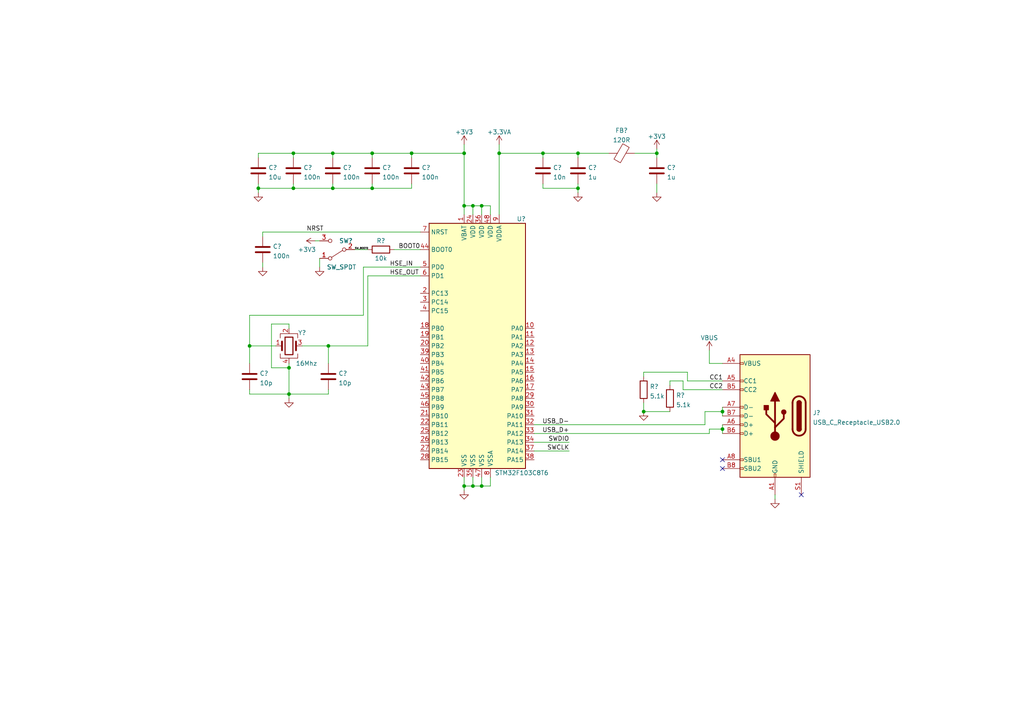
<source format=kicad_sch>
(kicad_sch (version 20211123) (generator eeschema)
  (paper "A4")
  (lib_symbols
    (symbol "Connector:USB_C_Receptacle_USB2.0" (pin_names (offset 1.016))
      (property "Reference" "J" (at -10.16 19.05 0))
      (property "Value" "USB_C_Receptacle_USB2.0" (at 19.05 19.05 0))
      (symbol "USB_C_Receptacle_USB2.0_0_0"
        (rectangle (start -0.254 -17.78) (end 0.254 -16.764))
        (rectangle (start 10.16 -14.986) (end 9.144 -15.494))
        (rectangle (start 10.16 -12.446) (end 9.144 -12.954))
        (rectangle (start 10.16 -4.826) (end 9.144 -5.334))
        (rectangle (start 10.16 -2.286) (end 9.144 -2.794))
        (rectangle (start 10.16 0.254) (end 9.144 -0.254))
        (rectangle (start 10.16 2.794) (end 9.144 2.286))
        (rectangle (start 10.16 7.874) (end 9.144 7.366))
        (rectangle (start 10.16 10.414) (end 9.144 9.906))
        (rectangle (start 10.16 15.494) (end 9.144 14.986))
      )
      (symbol "USB_C_Receptacle_USB2.0_0_1"
        (rectangle (start -10.16 17.78) (end 10.16 -17.78) (stroke (width 0.254)) (fill (type background)))
        (arc (start -8.89 -3.81) (mid -6.985 -5.715) (end -5.08 -3.81) (stroke (width 0.508)))
        (arc (start -7.62 -3.81) (mid -6.985 -4.445) (end -6.35 -3.81) (stroke (width 0.254)))
        (arc (start -7.62 -3.81) (mid -6.985 -4.445) (end -6.35 -3.81) (stroke (width 0.254)) (fill (type outline)))
        (rectangle (start -7.62 -3.81) (end -6.35 3.81) (stroke (width 0.254)) (fill (type outline)))
        (arc (start -6.35 3.81) (mid -6.985 4.445) (end -7.62 3.81) (stroke (width 0.254)))
        (arc (start -6.35 3.81) (mid -6.985 4.445) (end -7.62 3.81) (stroke (width 0.254)) (fill (type outline)))
        (arc (start -5.08 3.81) (mid -6.985 5.715) (end -8.89 3.81) (stroke (width 0.508)))
        (circle (center -2.54 1.143) (radius 0.635) (stroke (width 0.254)) (fill (type outline)))
        (circle (center 0 -5.842) (radius 1.27) (fill (type outline)))
        (polyline (pts (xy -8.89 -3.81) (xy -8.89 3.81)) (stroke (width 0.508)))
        (polyline (pts (xy -5.08 3.81) (xy -5.08 -3.81)) (stroke (width 0.508)))
        (polyline (pts (xy 0 -5.842) (xy 0 4.318)) (stroke (width 0.508)))
        (polyline (pts (xy 0 -3.302) (xy -2.54 -0.762) (xy -2.54 0.508)) (stroke (width 0.508)))
        (polyline (pts (xy 0 -2.032) (xy 2.54 0.508) (xy 2.54 1.778)) (stroke (width 0.508)))
        (polyline (pts (xy -1.27 4.318) (xy 0 6.858) (xy 1.27 4.318) (xy -1.27 4.318)) (stroke (width 0.254)) (fill (type outline)))
        (rectangle (start 1.905 1.778) (end 3.175 3.048) (stroke (width 0.254)) (fill (type outline)))
      )
      (symbol "USB_C_Receptacle_USB2.0_1_1"
        (pin passive line (at 0 -22.86 90) (length 5.08) (name "GND") (number "A1"))
        (pin passive line (at 0 -22.86 90) (length 5.08) hide (name "GND") (number "A12"))
        (pin passive line (at 15.24 15.24 180) (length 5.08) (name "VBUS") (number "A4"))
        (pin bidirectional line (at 15.24 10.16 180) (length 5.08) (name "CC1") (number "A5"))
        (pin bidirectional line (at 15.24 -2.54 180) (length 5.08) (name "D+") (number "A6"))
        (pin bidirectional line (at 15.24 2.54 180) (length 5.08) (name "D-") (number "A7"))
        (pin bidirectional line (at 15.24 -12.7 180) (length 5.08) (name "SBU1") (number "A8"))
        (pin passive line (at 15.24 15.24 180) (length 5.08) hide (name "VBUS") (number "A9"))
        (pin passive line (at 0 -22.86 90) (length 5.08) hide (name "GND") (number "B1"))
        (pin passive line (at 0 -22.86 90) (length 5.08) hide (name "GND") (number "B12"))
        (pin passive line (at 15.24 15.24 180) (length 5.08) hide (name "VBUS") (number "B4"))
        (pin bidirectional line (at 15.24 7.62 180) (length 5.08) (name "CC2") (number "B5"))
        (pin bidirectional line (at 15.24 -5.08 180) (length 5.08) (name "D+") (number "B6"))
        (pin bidirectional line (at 15.24 0 180) (length 5.08) (name "D-") (number "B7"))
        (pin bidirectional line (at 15.24 -15.24 180) (length 5.08) (name "SBU2") (number "B8"))
        (pin passive line (at 15.24 15.24 180) (length 5.08) hide (name "VBUS") (number "B9"))
        (pin passive line (at -7.62 -22.86 90) (length 5.08) (name "SHIELD") (number "S1"))
      )
    )
    (symbol "Device:C" (pin_numbers hide) (pin_names (offset 0.254))
      (property "Reference" "C" (at 0.635 2.54 0))
      (property "Value" "C" (at 0.635 -2.54 0))
      (symbol "C_0_1"
        (polyline (pts (xy -2.032 -0.762) (xy 2.032 -0.762)) (stroke (width 0.508)))
        (polyline (pts (xy -2.032 0.762) (xy 2.032 0.762)) (stroke (width 0.508)))
      )
      (symbol "C_1_1"
        (pin passive line (at 0 3.81 270) (length 2.794) (name "~") (number "1"))
        (pin passive line (at 0 -3.81 90) (length 2.794) (name "~") (number "2"))
      )
    )
    (symbol "Device:Crystal_GND24" (pin_names (offset 1.016) hide)
      (property "Reference" "Y" (at 3.175 5.08 0))
      (property "Value" "Crystal_GND24" (at 3.175 3.175 0))
      (symbol "Crystal_GND24_0_1"
        (rectangle (start -1.143 2.54) (end 1.143 -2.54) (stroke (width 0.3048)))
        (polyline (pts (xy -2.54 0) (xy -2.032 0)))
        (polyline (pts (xy -2.032 -1.27) (xy -2.032 1.27)) (stroke (width 0.508)))
        (polyline (pts (xy 0 -3.81) (xy 0 -3.556)))
        (polyline (pts (xy 0 3.556) (xy 0 3.81)))
        (polyline (pts (xy 2.032 -1.27) (xy 2.032 1.27)) (stroke (width 0.508)))
        (polyline (pts (xy 2.032 0) (xy 2.54 0)))
        (polyline (pts (xy -2.54 -2.286) (xy -2.54 -3.556) (xy 2.54 -3.556) (xy 2.54 -2.286)))
        (polyline (pts (xy -2.54 2.286) (xy -2.54 3.556) (xy 2.54 3.556) (xy 2.54 2.286)))
      )
      (symbol "Crystal_GND24_1_1"
        (pin passive line (at -3.81 0 0) (length 1.27) (name "1") (number "1"))
        (pin passive line (at 0 5.08 270) (length 1.27) (name "2") (number "2"))
        (pin passive line (at 3.81 0 180) (length 1.27) (name "3") (number "3"))
        (pin passive line (at 0 -5.08 90) (length 1.27) (name "4") (number "4"))
      )
    )
    (symbol "Device:FerriteBead" (pin_numbers hide) (pin_names (offset 0))
      (property "Reference" "FB" (at -3.81 0.635 90))
      (property "Value" "FerriteBead" (at 3.81 0 90))
      (symbol "FerriteBead_0_1"
        (polyline (pts (xy 0 -1.27) (xy 0 -1.2192)))
        (polyline (pts (xy 0 1.27) (xy 0 1.2954)))
        (polyline (pts (xy -2.7686 0.4064) (xy -1.7018 2.2606) (xy 2.7686 -0.3048) (xy 1.6764 -2.159) (xy -2.7686 0.4064)))
      )
      (symbol "FerriteBead_1_1"
        (pin passive line (at 0 3.81 270) (length 2.54) (name "~") (number "1"))
        (pin passive line (at 0 -3.81 90) (length 2.54) (name "~") (number "2"))
      )
    )
    (symbol "Device:R" (pin_numbers hide) (pin_names (offset 0))
      (property "Reference" "R" (at 2.032 0 90))
      (property "Value" "R" (at 0 0 90))
      (symbol "R_0_1"
        (rectangle (start -1.016 -2.54) (end 1.016 2.54) (stroke (width 0.254)))
      )
      (symbol "R_1_1"
        (pin passive line (at 0 3.81 270) (length 1.27) (name "~") (number "1"))
        (pin passive line (at 0 -3.81 90) (length 1.27) (name "~") (number "2"))
      )
    )
    (symbol "MCU_ST_STM32F1:STM32F103C8Tx"
      (property "Reference" "U" (at -15.24 36.83 0))
      (property "Value" "STM32F103C8Tx" (at 7.62 36.83 0))
      (symbol "STM32F103C8Tx_0_1"
        (rectangle (start -15.24 -35.56) (end 12.7 35.56) (stroke (width 0.254)) (fill (type background)))
      )
      (symbol "STM32F103C8Tx_1_1"
        (pin power_in line (at -5.08 38.1 270) (length 2.54) (name "VBAT") (number "1"))
        (pin bidirectional line (at 15.24 5.08 180) (length 2.54) (name "PA0") (number "10"))
        (pin bidirectional line (at 15.24 2.54 180) (length 2.54) (name "PA1") (number "11"))
        (pin bidirectional line (at 15.24 0 180) (length 2.54) (name "PA2") (number "12"))
        (pin bidirectional line (at 15.24 -2.54 180) (length 2.54) (name "PA3") (number "13"))
        (pin bidirectional line (at 15.24 -5.08 180) (length 2.54) (name "PA4") (number "14"))
        (pin bidirectional line (at 15.24 -7.62 180) (length 2.54) (name "PA5") (number "15"))
        (pin bidirectional line (at 15.24 -10.16 180) (length 2.54) (name "PA6") (number "16"))
        (pin bidirectional line (at 15.24 -12.7 180) (length 2.54) (name "PA7") (number "17"))
        (pin bidirectional line (at -17.78 5.08 0) (length 2.54) (name "PB0") (number "18"))
        (pin bidirectional line (at -17.78 2.54 0) (length 2.54) (name "PB1") (number "19"))
        (pin bidirectional line (at -17.78 15.24 0) (length 2.54) (name "PC13") (number "2"))
        (pin bidirectional line (at -17.78 0 0) (length 2.54) (name "PB2") (number "20"))
        (pin bidirectional line (at -17.78 -20.32 0) (length 2.54) (name "PB10") (number "21"))
        (pin bidirectional line (at -17.78 -22.86 0) (length 2.54) (name "PB11") (number "22"))
        (pin power_in line (at -5.08 -38.1 90) (length 2.54) (name "VSS") (number "23"))
        (pin power_in line (at -2.54 38.1 270) (length 2.54) (name "VDD") (number "24"))
        (pin bidirectional line (at -17.78 -25.4 0) (length 2.54) (name "PB12") (number "25"))
        (pin bidirectional line (at -17.78 -27.94 0) (length 2.54) (name "PB13") (number "26"))
        (pin bidirectional line (at -17.78 -30.48 0) (length 2.54) (name "PB14") (number "27"))
        (pin bidirectional line (at -17.78 -33.02 0) (length 2.54) (name "PB15") (number "28"))
        (pin bidirectional line (at 15.24 -15.24 180) (length 2.54) (name "PA8") (number "29"))
        (pin bidirectional line (at -17.78 12.7 0) (length 2.54) (name "PC14") (number "3"))
        (pin bidirectional line (at 15.24 -17.78 180) (length 2.54) (name "PA9") (number "30"))
        (pin bidirectional line (at 15.24 -20.32 180) (length 2.54) (name "PA10") (number "31"))
        (pin bidirectional line (at 15.24 -22.86 180) (length 2.54) (name "PA11") (number "32"))
        (pin bidirectional line (at 15.24 -25.4 180) (length 2.54) (name "PA12") (number "33"))
        (pin bidirectional line (at 15.24 -27.94 180) (length 2.54) (name "PA13") (number "34"))
        (pin power_in line (at -2.54 -38.1 90) (length 2.54) (name "VSS") (number "35"))
        (pin power_in line (at 0 38.1 270) (length 2.54) (name "VDD") (number "36"))
        (pin bidirectional line (at 15.24 -30.48 180) (length 2.54) (name "PA14") (number "37"))
        (pin bidirectional line (at 15.24 -33.02 180) (length 2.54) (name "PA15") (number "38"))
        (pin bidirectional line (at -17.78 -2.54 0) (length 2.54) (name "PB3") (number "39"))
        (pin bidirectional line (at -17.78 10.16 0) (length 2.54) (name "PC15") (number "4"))
        (pin bidirectional line (at -17.78 -5.08 0) (length 2.54) (name "PB4") (number "40"))
        (pin bidirectional line (at -17.78 -7.62 0) (length 2.54) (name "PB5") (number "41"))
        (pin bidirectional line (at -17.78 -10.16 0) (length 2.54) (name "PB6") (number "42"))
        (pin bidirectional line (at -17.78 -12.7 0) (length 2.54) (name "PB7") (number "43"))
        (pin input line (at -17.78 27.94 0) (length 2.54) (name "BOOT0") (number "44"))
        (pin bidirectional line (at -17.78 -15.24 0) (length 2.54) (name "PB8") (number "45"))
        (pin bidirectional line (at -17.78 -17.78 0) (length 2.54) (name "PB9") (number "46"))
        (pin power_in line (at 0 -38.1 90) (length 2.54) (name "VSS") (number "47"))
        (pin power_in line (at 2.54 38.1 270) (length 2.54) (name "VDD") (number "48"))
        (pin input line (at -17.78 22.86 0) (length 2.54) (name "PD0") (number "5"))
        (pin input line (at -17.78 20.32 0) (length 2.54) (name "PD1") (number "6"))
        (pin input line (at -17.78 33.02 0) (length 2.54) (name "NRST") (number "7"))
        (pin power_in line (at 2.54 -38.1 90) (length 2.54) (name "VSSA") (number "8"))
        (pin power_in line (at 5.08 38.1 270) (length 2.54) (name "VDDA") (number "9"))
      )
    )
    (symbol "Switch:SW_SPDT" (pin_names (offset 0) hide)
      (property "Reference" "SW" (at 0 4.318 0))
      (property "Value" "SW_SPDT" (at 0 -5.08 0))
      (symbol "SW_SPDT_0_0"
        (circle (center -2.032 0) (radius 0.508))
        (circle (center 2.032 -2.54) (radius 0.508))
      )
      (symbol "SW_SPDT_0_1"
        (polyline (pts (xy -1.524 0.254) (xy 1.651 2.286)))
        (circle (center 2.032 2.54) (radius 0.508))
      )
      (symbol "SW_SPDT_1_1"
        (pin passive line (at 5.08 2.54 180) (length 2.54) (name "A") (number "1"))
        (pin passive line (at -5.08 0 0) (length 2.54) (name "B") (number "2"))
        (pin passive line (at 5.08 -2.54 180) (length 2.54) (name "C") (number "3"))
      )
    )
    (symbol "power:+3.3V" (power) (pin_names (offset 0))
      (property "Value" "+3.3V" (at 0 3.556 0))
      (symbol "+3.3V_0_1"
        (polyline (pts (xy -0.762 1.27) (xy 0 2.54)))
        (polyline (pts (xy 0 0) (xy 0 2.54)))
        (polyline (pts (xy 0 2.54) (xy 0.762 1.27)))
      )
      (symbol "+3.3V_1_1"
        (pin power_in line (at 0 0 90) (length 0) hide (name "+3V3") (number "1"))
      )
    )
    (symbol "power:+3.3VA" (power) (pin_names (offset 0))
      (property "Value" "+3.3VA" (at 0 3.556 0))
      (symbol "+3.3VA_0_1"
        (polyline (pts (xy -0.762 1.27) (xy 0 2.54)))
        (polyline (pts (xy 0 0) (xy 0 2.54)))
        (polyline (pts (xy 0 2.54) (xy 0.762 1.27)))
      )
      (symbol "+3.3VA_1_1"
        (pin power_in line (at 0 0 90) (length 0) hide (name "+3.3VA") (number "1"))
      )
    )
    (symbol "power:GND" (power) (pin_names (offset 0))
      (property "Value" "GND" (at 0 -3.81 0))
      (symbol "GND_0_1"
        (polyline (pts (xy 0 0) (xy 0 -1.27) (xy 1.27 -1.27) (xy 0 -2.54) (xy -1.27 -1.27) (xy 0 -1.27)))
      )
      (symbol "GND_1_1"
        (pin power_in line (at 0 0 270) (length 0) hide (name "GND") (number "1"))
      )
    )
    (symbol "power:VBUS" (power) (pin_names (offset 0))
      (property "Value" "VBUS" (at 0 3.81 0))
      (symbol "VBUS_0_1"
        (polyline (pts (xy -0.762 1.27) (xy 0 2.54)))
        (polyline (pts (xy 0 0) (xy 0 2.54)))
        (polyline (pts (xy 0 2.54) (xy 0.762 1.27)))
      )
      (symbol "VBUS_1_1"
        (pin power_in line (at 0 0 90) (length 0) hide (name "VBUS") (number "1"))
      )
    )
  )
  (junction (at 190.5 44.45))
  (junction (at 167.64 44.45))
  (junction (at 144.78 44.45))
  (junction (at 96.52 54.61))
  (junction (at 139.7 140.97))
  (junction (at 209.55 119.38))
  (junction (at 167.64 54.61))
  (junction (at 137.16 140.97))
  (junction (at 74.93 54.61))
  (junction (at 107.95 54.61))
  (junction (at 85.09 44.45))
  (junction (at 134.62 44.45))
  (junction (at 186.69 119.38))
  (junction (at 134.62 140.97))
  (junction (at 137.16 59.69))
  (junction (at 85.09 54.61))
  (junction (at 157.48 44.45))
  (junction (at 83.82 106.68))
  (junction (at 95.25 100.33))
  (junction (at 139.7 59.69))
  (junction (at 83.82 114.3))
  (junction (at 72.39 100.33))
  (junction (at 134.62 59.69))
  (junction (at 119.38 44.45))
  (junction (at 96.52 44.45))
  (junction (at 107.95 44.45))
  (junction (at 209.55 124.46))
  (no_connect (at 209.55 133.35))
  (no_connect (at 209.55 135.89))
  (no_connect (at 232.41 143.51))
  (wire (pts (xy 83.82 105.41) (xy 83.82 106.68)))
  (wire (pts (xy 102.87 72.39) (xy 106.68 72.39)))
  (wire (pts (xy 205.74 105.41) (xy 209.55 105.41)))
  (wire (pts (xy 96.52 44.45) (xy 85.09 44.45)))
  (wire (pts (xy 107.95 44.45) (xy 107.95 45.72)))
  (wire (pts (xy 139.7 140.97) (xy 142.24 140.97)))
  (wire (pts (xy 157.48 44.45) (xy 157.48 45.72)))
  (wire (pts (xy 107.95 53.34) (xy 107.95 54.61)))
  (wire (pts (xy 137.16 138.43) (xy 137.16 140.97)))
  (wire (pts (xy 83.82 106.68) (xy 78.74 106.68)))
  (wire (pts (xy 107.95 44.45) (xy 96.52 44.45)))
  (wire (pts (xy 83.82 93.98) (xy 83.82 95.25)))
  (wire (pts (xy 107.95 54.61) (xy 119.38 54.61)))
  (wire (pts (xy 209.55 119.38) (xy 209.55 120.65)))
  (wire (pts (xy 85.09 44.45) (xy 85.09 45.72)))
  (wire (pts (xy 224.79 143.51) (xy 224.79 144.78)))
  (wire (pts (xy 95.25 100.33) (xy 95.25 105.41)))
  (wire (pts (xy 78.74 93.98) (xy 83.82 93.98)))
  (wire (pts (xy 134.62 138.43) (xy 134.62 140.97)))
  (wire (pts (xy 134.62 140.97) (xy 137.16 140.97)))
  (wire (pts (xy 105.41 91.44) (xy 72.39 91.44)))
  (wire (pts (xy 119.38 45.72) (xy 119.38 44.45)))
  (wire (pts (xy 186.69 107.95) (xy 199.39 107.95)))
  (wire (pts (xy 167.64 53.34) (xy 167.64 54.61)))
  (wire (pts (xy 83.82 106.68) (xy 83.82 114.3)))
  (wire (pts (xy 76.2 67.31) (xy 121.92 67.31)))
  (wire (pts (xy 198.12 113.03) (xy 209.55 113.03)))
  (wire (pts (xy 209.55 124.46) (xy 209.55 125.73)))
  (wire (pts (xy 199.39 107.95) (xy 199.39 110.49)))
  (wire (pts (xy 91.44 69.85) (xy 92.71 69.85)))
  (wire (pts (xy 74.93 44.45) (xy 74.93 45.72)))
  (wire (pts (xy 119.38 53.34) (xy 119.38 54.61)))
  (wire (pts (xy 205.74 124.46) (xy 205.74 125.73)))
  (wire (pts (xy 186.69 116.84) (xy 186.69 119.38)))
  (wire (pts (xy 96.52 53.34) (xy 96.52 54.61)))
  (wire (pts (xy 106.68 100.33) (xy 106.68 80.01)))
  (wire (pts (xy 190.5 44.45) (xy 190.5 45.72)))
  (wire (pts (xy 137.16 59.69) (xy 139.7 59.69)))
  (wire (pts (xy 209.55 118.11) (xy 209.55 119.38)))
  (wire (pts (xy 119.38 44.45) (xy 107.95 44.45)))
  (wire (pts (xy 95.25 113.03) (xy 95.25 114.3)))
  (wire (pts (xy 105.41 77.47) (xy 121.92 77.47)))
  (wire (pts (xy 134.62 59.69) (xy 134.62 62.23)))
  (wire (pts (xy 83.82 114.3) (xy 95.25 114.3)))
  (wire (pts (xy 85.09 54.61) (xy 96.52 54.61)))
  (wire (pts (xy 74.93 54.61) (xy 85.09 54.61)))
  (wire (pts (xy 154.94 123.19) (xy 204.47 123.19)))
  (wire (pts (xy 199.39 110.49) (xy 209.55 110.49)))
  (wire (pts (xy 154.94 125.73) (xy 205.74 125.73)))
  (wire (pts (xy 144.78 44.45) (xy 144.78 62.23)))
  (wire (pts (xy 167.64 45.72) (xy 167.64 44.45)))
  (wire (pts (xy 144.78 44.45) (xy 144.78 41.91)))
  (wire (pts (xy 119.38 44.45) (xy 134.62 44.45)))
  (wire (pts (xy 95.25 100.33) (xy 106.68 100.33)))
  (wire (pts (xy 167.64 44.45) (xy 157.48 44.45)))
  (wire (pts (xy 72.39 100.33) (xy 72.39 105.41)))
  (wire (pts (xy 96.52 44.45) (xy 96.52 45.72)))
  (wire (pts (xy 154.94 128.27) (xy 165.1 128.27)))
  (wire (pts (xy 74.93 53.34) (xy 74.93 54.61)))
  (wire (pts (xy 105.41 77.47) (xy 105.41 91.44)))
  (wire (pts (xy 186.69 119.38) (xy 194.31 119.38)))
  (wire (pts (xy 85.09 53.34) (xy 85.09 54.61)))
  (wire (pts (xy 83.82 115.57) (xy 83.82 114.3)))
  (wire (pts (xy 190.5 53.34) (xy 190.5 55.88)))
  (wire (pts (xy 209.55 124.46) (xy 205.74 124.46)))
  (wire (pts (xy 72.39 114.3) (xy 83.82 114.3)))
  (wire (pts (xy 194.31 111.76) (xy 194.31 110.49)))
  (wire (pts (xy 78.74 106.68) (xy 78.74 93.98)))
  (wire (pts (xy 205.74 101.6) (xy 205.74 105.41)))
  (wire (pts (xy 139.7 138.43) (xy 139.7 140.97)))
  (wire (pts (xy 96.52 54.61) (xy 107.95 54.61)))
  (wire (pts (xy 87.63 100.33) (xy 95.25 100.33)))
  (wire (pts (xy 157.48 44.45) (xy 144.78 44.45)))
  (wire (pts (xy 209.55 123.19) (xy 209.55 124.46)))
  (wire (pts (xy 186.69 109.22) (xy 186.69 107.95)))
  (wire (pts (xy 134.62 44.45) (xy 134.62 59.69)))
  (wire (pts (xy 184.15 44.45) (xy 190.5 44.45)))
  (wire (pts (xy 190.5 43.18) (xy 190.5 44.45)))
  (wire (pts (xy 137.16 59.69) (xy 137.16 62.23)))
  (wire (pts (xy 106.68 80.01) (xy 121.92 80.01)))
  (wire (pts (xy 167.64 44.45) (xy 176.53 44.45)))
  (wire (pts (xy 154.94 130.81) (xy 165.1 130.81)))
  (wire (pts (xy 157.48 53.34) (xy 157.48 54.61)))
  (wire (pts (xy 134.62 140.97) (xy 134.62 142.24)))
  (wire (pts (xy 167.64 54.61) (xy 167.64 55.88)))
  (wire (pts (xy 114.3 72.39) (xy 121.92 72.39)))
  (wire (pts (xy 204.47 119.38) (xy 204.47 123.19)))
  (wire (pts (xy 76.2 77.47) (xy 76.2 76.2)))
  (wire (pts (xy 137.16 140.97) (xy 139.7 140.97)))
  (wire (pts (xy 72.39 113.03) (xy 72.39 114.3)))
  (wire (pts (xy 209.55 119.38) (xy 204.47 119.38)))
  (wire (pts (xy 72.39 91.44) (xy 72.39 100.33)))
  (wire (pts (xy 167.64 54.61) (xy 157.48 54.61)))
  (wire (pts (xy 134.62 59.69) (xy 137.16 59.69)))
  (wire (pts (xy 134.62 41.91) (xy 134.62 44.45)))
  (wire (pts (xy 76.2 68.58) (xy 76.2 67.31)))
  (wire (pts (xy 194.31 110.49) (xy 198.12 110.49)))
  (wire (pts (xy 139.7 59.69) (xy 139.7 62.23)))
  (wire (pts (xy 72.39 100.33) (xy 80.01 100.33)))
  (wire (pts (xy 74.93 54.61) (xy 74.93 55.88)))
  (wire (pts (xy 142.24 138.43) (xy 142.24 140.97)))
  (wire (pts (xy 92.71 74.93) (xy 92.71 77.47)))
  (wire (pts (xy 139.7 59.69) (xy 142.24 59.69)))
  (wire (pts (xy 198.12 110.49) (xy 198.12 113.03)))
  (wire (pts (xy 85.09 44.45) (xy 74.93 44.45)))
  (wire (pts (xy 142.24 59.69) (xy 142.24 62.23)))
  (label "CC1" (at 205.74 110.49 0))
  (label "USB_D-" (at 165.1 123.19 180))
  (label "CC2" (at 205.74 113.03 0))
  (label "SWDIO" (at 165.1 128.27 180))
  (label "BOOT0" (at 115.57 72.39 0))
  (label "SW_BOOT0" (at 102.87 72.39 0) (effects (font (size 0.5 0.5))))
  (label "NRST" (at 88.9 67.31 0))
  (label "HSE_IN" (at 113.03 77.47 0))
  (label "USB_D+" (at 165.1 125.73 180))
  (label "SWCLK" (at 165.1 130.81 180))
  (label "HSE_OUT" (at 113.03 80.01 0))
  (symbol (lib_id "power:GND") (at 74.93 55.88 0) (unit 1)
    (property "Reference" "#PWR?" (effects hide))
    (property "Value" "GND" (effects hide))
  )
  (symbol (lib_id "Device:C") (at 119.38 49.53 0) (unit 1)
    (property "Reference" "C?" (at 122.301 48.6215 0) (effects (justify left)))
    (property "Value" "100n" (at 122.301 51.3966 0) (effects (justify left)))
  )
  (symbol (lib_id "Device:R") (at 186.69 113.03 0) (unit 1)
    (property "Reference" "R?" (at 188.468 112.1215 0) (effects (justify left)))
    (property "Value" "5.1k" (at 188.468 114.8966 0) (effects (justify left)))
  )
  (symbol (lib_id "Device:C") (at 76.2 72.39 0) (unit 1)
    (property "Reference" "C?" (at 79.121 71.4815 0) (effects (justify left)))
    (property "Value" "100n" (at 79.121 74.2566 0) (effects (justify left)))
  )
  (symbol (lib_id "power:GND") (at 76.2 77.47 0) (unit 1)
    (property "Reference" "#PWR?" (effects hide))
    (property "Value" "GND" (effects hide))
  )
  (symbol (lib_id "Device:R") (at 110.49 72.39 90) (unit 1)
    (property "Reference" "R?" (at 110.49 69.85 90))
    (property "Value" "10k" (at 110.49 74.93 90))
  )
  (symbol (lib_id "Device:C") (at 74.93 49.53 0) (unit 1)
    (property "Reference" "C?" (at 77.851 48.6215 0) (effects (justify left)))
    (property "Value" "10u" (at 77.851 51.3966 0) (effects (justify left)))
  )
  (symbol (lib_id "Device:FerriteBead") (at 180.34 44.45 90) (unit 1)
    (property "Reference" "FB?" (at 180.2892 37.8419 90))
    (property "Value" "120R" (at 180.2892 40.617 90))
  )
  (symbol (lib_id "power:VBUS") (at 205.74 101.6 0) (unit 1)
    (property "Reference" "#PWR?" (effects hide))
    (property "Value" "VBUS" (at 205.74 97.9955 0))
  )
  (symbol (lib_id "Connector:USB_C_Receptacle_USB2.0") (at 224.79 120.65 0) (mirror y) (unit 1)
    (property "Reference" "J?" (at 235.712 119.7415 0) (effects (justify right)))
    (property "Value" "USB_C_Receptacle_USB2.0" (at 235.712 122.5166 0) (effects (justify right)))
    (property "Datasheet" "https://www.usb.org/sites/default/files/documents/usb_type-c.zip" (effects hide))
  )
  (symbol (lib_id "Device:Crystal_GND24") (at 83.82 100.33 0) (unit 1)
    (property "Reference" "Y?" (at 87.63 96.52 0))
    (property "Value" "16Mhz" (at 88.9 105.41 0))
  )
  (symbol (lib_id "Device:C") (at 190.5 49.53 0) (unit 1)
    (property "Reference" "C?" (at 193.421 48.6215 0) (effects (justify left)))
    (property "Value" "1u" (at 193.421 51.3966 0) (effects (justify left)))
  )
  (symbol (lib_id "power:+3.3V") (at 91.44 69.85 90) (unit 1)
    (property "Reference" "#PWR?" (effects hide))
    (property "Value" "+3.3V" (at 86.36 72.39 90) (effects (justify right)))
  )
  (symbol (lib_id "power:GND") (at 83.82 115.57 0) (unit 1)
    (property "Reference" "#PWR?" (effects hide))
    (property "Value" "GND" (effects hide))
  )
  (symbol (lib_id "power:GND") (at 92.71 77.47 0) (unit 1)
    (property "Reference" "#PWR?" (effects hide))
    (property "Value" "GND" (effects hide))
  )
  (symbol (lib_id "Device:C") (at 167.64 49.53 0) (unit 1)
    (property "Reference" "C?" (at 170.561 48.6215 0) (effects (justify left)))
    (property "Value" "1u" (at 170.561 51.3966 0) (effects (justify left)))
  )
  (symbol (lib_id "Device:C") (at 95.25 109.22 0) (unit 1)
    (property "Reference" "C?" (at 98.171 108.3115 0) (effects (justify left)))
    (property "Value" "10p" (at 98.171 111.0866 0) (effects (justify left)))
  )
  (symbol (lib_id "MCU_ST_STM32F1:STM32F103C8Tx") (at 139.7 100.33 0) (unit 1)
    (property "Reference" "U?" (at 149.86 63.5 0) (effects (justify left)))
    (property "Value" "STM32F103C8T6" (at 143.51 137.16 0) (effects (justify left)))
    (property "Footprint" "Package_QFP:LQFP-48_7x7mm_P0.5mm" (effects hide))
    (property "Datasheet" "http://www.st.com/st-web-ui/static/active/en/resource/technical/document/datasheet/CD00161566.pdf" (effects hide))
  )
  (symbol (lib_id "power:GND") (at 167.64 55.88 0) (unit 1)
    (property "Reference" "#PWR?" (effects hide))
    (property "Value" "GND" (effects hide))
  )
  (symbol (lib_id "power:GND") (at 190.5 55.88 0) (unit 1)
    (property "Reference" "#PWR?" (effects hide))
    (property "Value" "GND" (effects hide))
  )
  (symbol (lib_id "Device:R") (at 194.31 115.57 0) (unit 1)
    (property "Reference" "R?" (at 196.088 114.6615 0) (effects (justify left)))
    (property "Value" "5.1k" (at 196.088 117.4366 0) (effects (justify left)))
  )
  (symbol (lib_id "Device:C") (at 107.95 49.53 0) (unit 1)
    (property "Reference" "C?" (at 110.871 48.6215 0) (effects (justify left)))
    (property "Value" "100n" (at 110.871 51.3966 0) (effects (justify left)))
  )
  (symbol (lib_id "Switch:SW_SPDT") (at 97.79 72.39 180) (unit 1)
    (property "Reference" "SW?" (at 100.33 69.85 0))
    (property "Value" "SW_SPDT" (at 99.06 77.47 0))
  )
  (symbol (lib_id "Device:C") (at 96.52 49.53 0) (unit 1)
    (property "Reference" "C?" (at 99.441 48.6215 0) (effects (justify left)))
    (property "Value" "100n" (at 99.441 51.3966 0) (effects (justify left)))
  )
  (symbol (lib_id "power:+3.3VA") (at 144.78 41.91 0) (unit 1)
    (property "Reference" "#PWR?" (effects hide))
    (property "Value" "+3.3VA" (at 144.78 38.3055 0))
  )
  (symbol (lib_id "power:GND") (at 224.79 144.78 0) (unit 1)
    (property "Reference" "#PWR?" (effects hide))
    (property "Value" "GND" (effects hide))
  )
  (symbol (lib_id "power:GND") (at 186.69 119.38 0) (unit 1)
    (property "Reference" "#PWR?" (effects hide))
    (property "Value" "GND" (effects hide))
  )
  (symbol (lib_id "Device:C") (at 157.48 49.53 0) (unit 1)
    (property "Reference" "C?" (at 160.401 48.6215 0) (effects (justify left)))
    (property "Value" "10n" (at 160.401 51.3966 0) (effects (justify left)))
  )
  (symbol (lib_id "power:+3.3V") (at 190.5 43.18 0) (unit 1)
    (property "Reference" "#PWR?" (effects hide))
    (property "Value" "+3.3V" (at 190.5 39.5755 0))
  )
  (symbol (lib_id "power:GND") (at 134.62 142.24 0) (unit 1)
    (property "Reference" "#PWR?" (effects hide))
    (property "Value" "GND" (effects hide))
  )
  (symbol (lib_id "Device:C") (at 72.39 109.22 0) (unit 1)
    (property "Reference" "C?" (at 75.311 108.3115 0) (effects (justify left)))
    (property "Value" "10p" (at 75.311 111.0866 0) (effects (justify left)))
  )
  (symbol (lib_id "Device:C") (at 85.09 49.53 0) (unit 1)
    (property "Reference" "C?" (at 88.011 48.6215 0) (effects (justify left)))
    (property "Value" "100n" (at 88.011 51.3966 0) (effects (justify left)))
  )
  (symbol (lib_id "power:+3.3V") (at 134.62 41.91 0) (unit 1)
    (property "Reference" "#PWR?" (effects hide))
    (property "Value" "+3.3V" (at 134.62 38.3055 0))
  )
)
</source>
